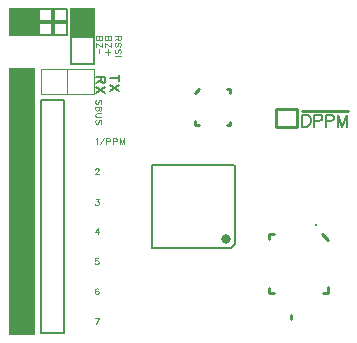
<source format=gto>
G04 DipTrace Beta 2.3.5.2*
%INBankWank.GTO*%
%MOIN*%
%ADD15C,0.008*%
%ADD19C,0.013*%
%ADD22C,0.004*%
%ADD23C,0.009*%
%ADD25C,0.0325*%
%ADD26C,0.005*%
%ADD27O,0.01X0.0095*%
%ADD115C,0.0044*%
%ADD116C,0.0066*%
%ADD120C,0.0062*%
%FSLAX44Y44*%
G04*
G70*
G90*
G75*
G01*
%LNTop TopSilk*%
%LPD*%
G36*
X355Y9130D2*
X1230D1*
Y240D1*
X355D1*
Y9130D1*
G37*
G36*
X350Y11135D2*
X1350D1*
Y10200D1*
X350D1*
Y11135D1*
G37*
G36*
X2390Y11130D2*
X3230D1*
Y10150D1*
X2390D1*
Y11130D1*
G37*
X1430Y8080D2*
D15*
X2185D1*
Y285D1*
X1430D1*
Y8080D1*
X1350Y11095D2*
X2310D1*
Y10240D1*
X1350D1*
Y11095D1*
X2430Y10305D2*
X3190D1*
Y9280D1*
X2430D1*
Y10305D1*
X1820Y11070D2*
D19*
Y10270D1*
X1425Y9105D2*
D22*
X3195D1*
Y8280D1*
X1425D1*
Y9105D1*
X2305Y9095D2*
Y8290D1*
X1385Y10680D2*
D19*
X2275D1*
X10125Y7705D2*
D23*
X11650Y7710D1*
X9265Y7765D2*
X9960D1*
Y7180D1*
X9265D1*
Y7765D1*
X6560Y8295D2*
X6685Y8420D1*
X7625D2*
X7740D1*
Y8300D2*
Y8420D1*
X7742Y7347D2*
Y7232D1*
X7622D2*
X7742D1*
X6560Y7235D2*
Y7360D1*
X6690Y7235D2*
X6560D1*
D25*
X7598Y3432D3*
X5130Y5895D2*
D26*
X7880D1*
X7885D2*
Y3265D1*
X7760Y3140D1*
X5135D1*
X5130D2*
Y5890D1*
X9035Y1640D2*
D23*
X9200D1*
X9025Y1650D2*
Y1810D1*
X9760Y765D2*
Y885D1*
X9025Y3430D2*
Y3590D1*
X9190Y3600D2*
X9030D1*
X10995Y1660D2*
Y1820D1*
X10985Y1650D2*
X10825D1*
X10795Y3610D2*
X10995Y3415D1*
D27*
X10610Y3892D3*
X3263Y592D2*
D115*
X3359Y793D1*
X3225D1*
X3344Y1764D2*
X3335Y1783D1*
X3306Y1793D1*
X3287D1*
X3258Y1783D1*
X3239Y1754D1*
X3230Y1707D1*
Y1659D1*
X3239Y1621D1*
X3258Y1601D1*
X3287Y1592D1*
X3297D1*
X3325Y1601D1*
X3344Y1621D1*
X3354Y1649D1*
Y1659D1*
X3344Y1688D1*
X3325Y1707D1*
X3297Y1716D1*
X3287D1*
X3258Y1707D1*
X3239Y1688D1*
X3230Y1659D1*
X3339Y2793D2*
X3244D1*
X3234Y2707D1*
X3244Y2716D1*
X3273Y2726D1*
X3301D1*
X3330Y2716D1*
X3349Y2697D1*
X3359Y2668D1*
Y2649D1*
X3349Y2621D1*
X3330Y2601D1*
X3301Y2592D1*
X3273D1*
X3244Y2601D1*
X3234Y2611D1*
X3225Y2630D1*
X3325Y3602D2*
Y3803D1*
X3230Y3669D1*
X3373D1*
X3254Y4763D2*
X3359D1*
X3302Y4686D1*
X3330D1*
X3349Y4677D1*
X3359Y4667D1*
X3369Y4638D1*
Y4619D1*
X3359Y4591D1*
X3340Y4571D1*
X3311Y4562D1*
X3282D1*
X3254Y4571D1*
X3244Y4581D1*
X3235Y4600D1*
X3244Y5750D2*
Y5759D1*
X3254Y5779D1*
X3263Y5788D1*
X3283Y5798D1*
X3321D1*
X3340Y5788D1*
X3349Y5779D1*
X3359Y5759D1*
Y5740D1*
X3349Y5721D1*
X3330Y5693D1*
X3235Y5597D1*
X3369D1*
X3255Y6754D2*
X3274Y6764D1*
X3303Y6793D1*
Y6592D1*
X3390D2*
X3524Y6793D1*
X3612Y6688D2*
X3698D1*
X3726Y6697D1*
X3736Y6707D1*
X3746Y6726D1*
Y6755D1*
X3736Y6774D1*
X3726Y6783D1*
X3698Y6793D1*
X3612D1*
Y6592D1*
X3833Y6688D2*
X3919D1*
X3948Y6697D1*
X3958Y6707D1*
X3967Y6726D1*
Y6755D1*
X3958Y6774D1*
X3948Y6783D1*
X3919Y6793D1*
X3833D1*
Y6592D1*
X4208D2*
Y6793D1*
X4131Y6592D1*
X4055Y6793D1*
Y6592D1*
X3417Y7934D2*
X3436Y7953D1*
X3446Y7982D1*
Y8020D1*
X3436Y8049D1*
X3417Y8068D1*
X3398D1*
X3379Y8058D1*
X3369Y8049D1*
X3360Y8030D1*
X3340Y7972D1*
X3331Y7953D1*
X3321Y7944D1*
X3302Y7934D1*
X3274D1*
X3254Y7953D1*
X3245Y7982D1*
Y8020D1*
X3254Y8049D1*
X3274Y8068D1*
X3446Y7847D2*
X3245D1*
Y7760D1*
X3254Y7732D1*
X3264Y7722D1*
X3283Y7713D1*
X3312D1*
X3331Y7722D1*
X3340Y7732D1*
X3350Y7760D1*
X3360Y7732D1*
X3369Y7722D1*
X3388Y7713D1*
X3407D1*
X3426Y7722D1*
X3436Y7732D1*
X3446Y7760D1*
Y7847D1*
X3350D2*
Y7760D1*
X3446Y7625D2*
X3302D1*
X3274Y7616D1*
X3254Y7596D1*
X3245Y7568D1*
Y7549D1*
X3254Y7520D1*
X3274Y7501D1*
X3302Y7491D1*
X3446D1*
X3417Y7270D2*
X3436Y7289D1*
X3446Y7318D1*
Y7356D1*
X3436Y7385D1*
X3417Y7404D1*
X3398D1*
X3379Y7394D1*
X3369Y7385D1*
X3360Y7365D1*
X3340Y7308D1*
X3331Y7289D1*
X3321Y7279D1*
X3302Y7270D1*
X3274D1*
X3254Y7289D1*
X3245Y7318D1*
Y7356D1*
X3254Y7385D1*
X3274Y7404D1*
X4037Y8794D2*
D116*
X3736D1*
X4037Y8894D2*
Y8693D1*
Y8562D2*
X3736Y8361D1*
X4037D2*
X3736Y8562D1*
X3433Y8849D2*
Y8720D1*
X3448Y8677D1*
X3462Y8663D1*
X3491Y8648D1*
X3520D1*
X3548Y8663D1*
X3563Y8677D1*
X3577Y8720D1*
Y8849D1*
X3276D1*
X3433Y8749D2*
X3276Y8648D1*
X3577Y8517D2*
X3276Y8316D1*
X3577D2*
X3276Y8517D1*
X3995Y10198D2*
D115*
Y10112D1*
X4005Y10083D1*
X4014Y10074D1*
X4033Y10064D1*
X4052D1*
X4071Y10074D1*
X4081Y10083D1*
X4091Y10112D1*
Y10198D1*
X3890D1*
X3995Y10131D2*
X3890Y10064D1*
X4062Y9843D2*
X4081Y9862D1*
X4091Y9890D1*
Y9929D1*
X4081Y9957D1*
X4062Y9977D1*
X4043D1*
X4024Y9967D1*
X4014Y9957D1*
X4005Y9938D1*
X3985Y9881D1*
X3976Y9862D1*
X3966Y9852D1*
X3947Y9843D1*
X3919D1*
X3899Y9862D1*
X3890Y9890D1*
Y9929D1*
X3899Y9957D1*
X3919Y9977D1*
X4062Y9621D2*
X4081Y9640D1*
X4091Y9669D1*
Y9707D1*
X4081Y9736D1*
X4062Y9755D1*
X4043D1*
X4024Y9745D1*
X4014Y9736D1*
X4005Y9717D1*
X3985Y9659D1*
X3976Y9640D1*
X3966Y9631D1*
X3947Y9621D1*
X3919D1*
X3899Y9640D1*
X3890Y9669D1*
Y9707D1*
X3899Y9736D1*
X3919Y9755D1*
X4091Y9534D2*
X3890D1*
X3761Y10198D2*
X3560D1*
Y10112D1*
X3569Y10083D1*
X3579Y10074D1*
X3598Y10064D1*
X3627D1*
X3646Y10074D1*
X3655Y10083D1*
X3665Y10112D1*
X3675Y10083D1*
X3684Y10074D1*
X3703Y10064D1*
X3722D1*
X3741Y10074D1*
X3751Y10083D1*
X3761Y10112D1*
Y10198D1*
X3665D2*
Y10112D1*
X3761Y9977D2*
Y9843D1*
X3560Y9977D1*
Y9843D1*
X3746Y9669D2*
X3574D1*
X3660Y9755D2*
Y9583D1*
X3466Y10198D2*
X3265D1*
Y10112D1*
X3274Y10083D1*
X3284Y10074D1*
X3303Y10064D1*
X3332D1*
X3351Y10074D1*
X3360Y10083D1*
X3370Y10112D1*
X3380Y10083D1*
X3389Y10074D1*
X3408Y10064D1*
X3427D1*
X3446Y10074D1*
X3456Y10083D1*
X3466Y10112D1*
Y10198D1*
X3370D2*
Y10112D1*
X3466Y9977D2*
Y9843D1*
X3265Y9977D1*
Y9843D1*
X3365Y9755D2*
Y9645D1*
X10149Y7584D2*
D120*
Y7182D1*
X10283D1*
X10340Y7202D1*
X10379Y7240D1*
X10398Y7278D1*
X10417Y7335D1*
Y7431D1*
X10398Y7489D1*
X10379Y7527D1*
X10340Y7565D1*
X10283Y7584D1*
X10149D1*
X10540Y7374D2*
X10713D1*
X10770Y7393D1*
X10789Y7412D1*
X10808Y7450D1*
Y7508D1*
X10789Y7546D1*
X10770Y7565D1*
X10713Y7584D1*
X10540D1*
Y7182D1*
X10932Y7374D2*
X11104D1*
X11161Y7393D1*
X11181Y7412D1*
X11200Y7450D1*
Y7508D1*
X11181Y7546D1*
X11161Y7565D1*
X11104Y7584D1*
X10932D1*
Y7182D1*
X11629D2*
Y7584D1*
X11476Y7182D1*
X11323Y7584D1*
Y7182D1*
M02*

</source>
